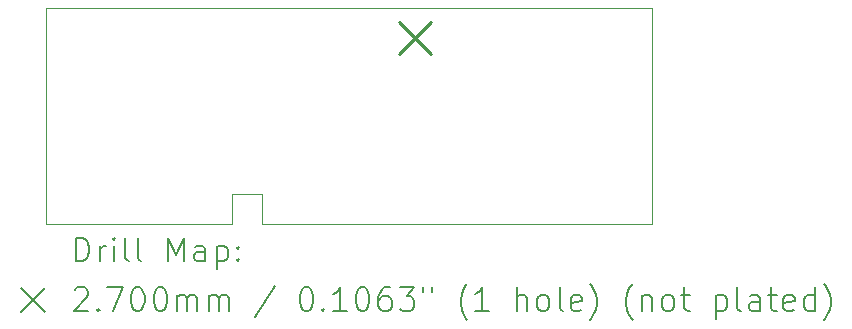
<source format=gbr>
%TF.GenerationSoftware,KiCad,Pcbnew,7.0.5*%
%TF.CreationDate,2024-02-11T15:40:37+01:00*%
%TF.ProjectId,exbike-usb-hw,65786269-6b65-42d7-9573-622d68772e6b,rev?*%
%TF.SameCoordinates,Original*%
%TF.FileFunction,Drillmap*%
%TF.FilePolarity,Positive*%
%FSLAX45Y45*%
G04 Gerber Fmt 4.5, Leading zero omitted, Abs format (unit mm)*
G04 Created by KiCad (PCBNEW 7.0.5) date 2024-02-11 15:40:37*
%MOMM*%
%LPD*%
G01*
G04 APERTURE LIST*
%ADD10C,0.100000*%
%ADD11C,0.200000*%
%ADD12C,0.270000*%
G04 APERTURE END LIST*
D10*
X5194300Y76200D02*
X5194300Y1905000D01*
X1892300Y76200D02*
X1892300Y330200D01*
X5194300Y1905000D02*
X63500Y1905000D01*
X1892300Y76200D02*
X5194300Y76200D01*
X63500Y76200D02*
X1638300Y76200D01*
X63500Y1905000D02*
X63500Y76200D01*
X1892300Y330200D02*
X1638300Y330200D01*
X1638300Y330200D02*
X1638300Y76200D01*
D11*
D12*
X3052700Y1786000D02*
X3322700Y1516000D01*
X3322700Y1786000D02*
X3052700Y1516000D01*
D11*
X319277Y-240284D02*
X319277Y-40284D01*
X319277Y-40284D02*
X366896Y-40284D01*
X366896Y-40284D02*
X395467Y-49808D01*
X395467Y-49808D02*
X414515Y-68855D01*
X414515Y-68855D02*
X424039Y-87903D01*
X424039Y-87903D02*
X433562Y-125998D01*
X433562Y-125998D02*
X433562Y-154570D01*
X433562Y-154570D02*
X424039Y-192665D01*
X424039Y-192665D02*
X414515Y-211712D01*
X414515Y-211712D02*
X395467Y-230760D01*
X395467Y-230760D02*
X366896Y-240284D01*
X366896Y-240284D02*
X319277Y-240284D01*
X519277Y-240284D02*
X519277Y-106950D01*
X519277Y-145046D02*
X528801Y-125998D01*
X528801Y-125998D02*
X538324Y-116474D01*
X538324Y-116474D02*
X557372Y-106950D01*
X557372Y-106950D02*
X576420Y-106950D01*
X643086Y-240284D02*
X643086Y-106950D01*
X643086Y-40284D02*
X633563Y-49808D01*
X633563Y-49808D02*
X643086Y-59331D01*
X643086Y-59331D02*
X652610Y-49808D01*
X652610Y-49808D02*
X643086Y-40284D01*
X643086Y-40284D02*
X643086Y-59331D01*
X766896Y-240284D02*
X747848Y-230760D01*
X747848Y-230760D02*
X738324Y-211712D01*
X738324Y-211712D02*
X738324Y-40284D01*
X871658Y-240284D02*
X852610Y-230760D01*
X852610Y-230760D02*
X843086Y-211712D01*
X843086Y-211712D02*
X843086Y-40284D01*
X1100229Y-240284D02*
X1100229Y-40284D01*
X1100229Y-40284D02*
X1166896Y-183141D01*
X1166896Y-183141D02*
X1233563Y-40284D01*
X1233563Y-40284D02*
X1233563Y-240284D01*
X1414515Y-240284D02*
X1414515Y-135522D01*
X1414515Y-135522D02*
X1404991Y-116474D01*
X1404991Y-116474D02*
X1385944Y-106950D01*
X1385944Y-106950D02*
X1347848Y-106950D01*
X1347848Y-106950D02*
X1328801Y-116474D01*
X1414515Y-230760D02*
X1395467Y-240284D01*
X1395467Y-240284D02*
X1347848Y-240284D01*
X1347848Y-240284D02*
X1328801Y-230760D01*
X1328801Y-230760D02*
X1319277Y-211712D01*
X1319277Y-211712D02*
X1319277Y-192665D01*
X1319277Y-192665D02*
X1328801Y-173617D01*
X1328801Y-173617D02*
X1347848Y-164093D01*
X1347848Y-164093D02*
X1395467Y-164093D01*
X1395467Y-164093D02*
X1414515Y-154570D01*
X1509753Y-106950D02*
X1509753Y-306950D01*
X1509753Y-116474D02*
X1528801Y-106950D01*
X1528801Y-106950D02*
X1566896Y-106950D01*
X1566896Y-106950D02*
X1585943Y-116474D01*
X1585943Y-116474D02*
X1595467Y-125998D01*
X1595467Y-125998D02*
X1604991Y-145046D01*
X1604991Y-145046D02*
X1604991Y-202188D01*
X1604991Y-202188D02*
X1595467Y-221236D01*
X1595467Y-221236D02*
X1585943Y-230760D01*
X1585943Y-230760D02*
X1566896Y-240284D01*
X1566896Y-240284D02*
X1528801Y-240284D01*
X1528801Y-240284D02*
X1509753Y-230760D01*
X1690705Y-221236D02*
X1700229Y-230760D01*
X1700229Y-230760D02*
X1690705Y-240284D01*
X1690705Y-240284D02*
X1681182Y-230760D01*
X1681182Y-230760D02*
X1690705Y-221236D01*
X1690705Y-221236D02*
X1690705Y-240284D01*
X1690705Y-116474D02*
X1700229Y-125998D01*
X1700229Y-125998D02*
X1690705Y-135522D01*
X1690705Y-135522D02*
X1681182Y-125998D01*
X1681182Y-125998D02*
X1690705Y-116474D01*
X1690705Y-116474D02*
X1690705Y-135522D01*
X-141500Y-468800D02*
X58500Y-668800D01*
X58500Y-468800D02*
X-141500Y-668800D01*
X309753Y-479331D02*
X319277Y-469808D01*
X319277Y-469808D02*
X338324Y-460284D01*
X338324Y-460284D02*
X385943Y-460284D01*
X385943Y-460284D02*
X404991Y-469808D01*
X404991Y-469808D02*
X414515Y-479331D01*
X414515Y-479331D02*
X424039Y-498379D01*
X424039Y-498379D02*
X424039Y-517427D01*
X424039Y-517427D02*
X414515Y-545998D01*
X414515Y-545998D02*
X300229Y-660284D01*
X300229Y-660284D02*
X424039Y-660284D01*
X509753Y-641236D02*
X519277Y-650760D01*
X519277Y-650760D02*
X509753Y-660284D01*
X509753Y-660284D02*
X500229Y-650760D01*
X500229Y-650760D02*
X509753Y-641236D01*
X509753Y-641236D02*
X509753Y-660284D01*
X585944Y-460284D02*
X719277Y-460284D01*
X719277Y-460284D02*
X633563Y-660284D01*
X833562Y-460284D02*
X852610Y-460284D01*
X852610Y-460284D02*
X871658Y-469808D01*
X871658Y-469808D02*
X881182Y-479331D01*
X881182Y-479331D02*
X890705Y-498379D01*
X890705Y-498379D02*
X900229Y-536474D01*
X900229Y-536474D02*
X900229Y-584093D01*
X900229Y-584093D02*
X890705Y-622189D01*
X890705Y-622189D02*
X881182Y-641236D01*
X881182Y-641236D02*
X871658Y-650760D01*
X871658Y-650760D02*
X852610Y-660284D01*
X852610Y-660284D02*
X833562Y-660284D01*
X833562Y-660284D02*
X814515Y-650760D01*
X814515Y-650760D02*
X804991Y-641236D01*
X804991Y-641236D02*
X795467Y-622189D01*
X795467Y-622189D02*
X785943Y-584093D01*
X785943Y-584093D02*
X785943Y-536474D01*
X785943Y-536474D02*
X795467Y-498379D01*
X795467Y-498379D02*
X804991Y-479331D01*
X804991Y-479331D02*
X814515Y-469808D01*
X814515Y-469808D02*
X833562Y-460284D01*
X1024039Y-460284D02*
X1043086Y-460284D01*
X1043086Y-460284D02*
X1062134Y-469808D01*
X1062134Y-469808D02*
X1071658Y-479331D01*
X1071658Y-479331D02*
X1081182Y-498379D01*
X1081182Y-498379D02*
X1090705Y-536474D01*
X1090705Y-536474D02*
X1090705Y-584093D01*
X1090705Y-584093D02*
X1081182Y-622189D01*
X1081182Y-622189D02*
X1071658Y-641236D01*
X1071658Y-641236D02*
X1062134Y-650760D01*
X1062134Y-650760D02*
X1043086Y-660284D01*
X1043086Y-660284D02*
X1024039Y-660284D01*
X1024039Y-660284D02*
X1004991Y-650760D01*
X1004991Y-650760D02*
X995467Y-641236D01*
X995467Y-641236D02*
X985943Y-622189D01*
X985943Y-622189D02*
X976420Y-584093D01*
X976420Y-584093D02*
X976420Y-536474D01*
X976420Y-536474D02*
X985943Y-498379D01*
X985943Y-498379D02*
X995467Y-479331D01*
X995467Y-479331D02*
X1004991Y-469808D01*
X1004991Y-469808D02*
X1024039Y-460284D01*
X1176420Y-660284D02*
X1176420Y-526950D01*
X1176420Y-545998D02*
X1185944Y-536474D01*
X1185944Y-536474D02*
X1204991Y-526950D01*
X1204991Y-526950D02*
X1233563Y-526950D01*
X1233563Y-526950D02*
X1252610Y-536474D01*
X1252610Y-536474D02*
X1262134Y-555522D01*
X1262134Y-555522D02*
X1262134Y-660284D01*
X1262134Y-555522D02*
X1271658Y-536474D01*
X1271658Y-536474D02*
X1290705Y-526950D01*
X1290705Y-526950D02*
X1319277Y-526950D01*
X1319277Y-526950D02*
X1338325Y-536474D01*
X1338325Y-536474D02*
X1347848Y-555522D01*
X1347848Y-555522D02*
X1347848Y-660284D01*
X1443086Y-660284D02*
X1443086Y-526950D01*
X1443086Y-545998D02*
X1452610Y-536474D01*
X1452610Y-536474D02*
X1471658Y-526950D01*
X1471658Y-526950D02*
X1500229Y-526950D01*
X1500229Y-526950D02*
X1519277Y-536474D01*
X1519277Y-536474D02*
X1528801Y-555522D01*
X1528801Y-555522D02*
X1528801Y-660284D01*
X1528801Y-555522D02*
X1538324Y-536474D01*
X1538324Y-536474D02*
X1557372Y-526950D01*
X1557372Y-526950D02*
X1585943Y-526950D01*
X1585943Y-526950D02*
X1604991Y-536474D01*
X1604991Y-536474D02*
X1614515Y-555522D01*
X1614515Y-555522D02*
X1614515Y-660284D01*
X2004991Y-450760D02*
X1833563Y-707903D01*
X2262134Y-460284D02*
X2281182Y-460284D01*
X2281182Y-460284D02*
X2300229Y-469808D01*
X2300229Y-469808D02*
X2309753Y-479331D01*
X2309753Y-479331D02*
X2319277Y-498379D01*
X2319277Y-498379D02*
X2328801Y-536474D01*
X2328801Y-536474D02*
X2328801Y-584093D01*
X2328801Y-584093D02*
X2319277Y-622189D01*
X2319277Y-622189D02*
X2309753Y-641236D01*
X2309753Y-641236D02*
X2300229Y-650760D01*
X2300229Y-650760D02*
X2281182Y-660284D01*
X2281182Y-660284D02*
X2262134Y-660284D01*
X2262134Y-660284D02*
X2243087Y-650760D01*
X2243087Y-650760D02*
X2233563Y-641236D01*
X2233563Y-641236D02*
X2224039Y-622189D01*
X2224039Y-622189D02*
X2214515Y-584093D01*
X2214515Y-584093D02*
X2214515Y-536474D01*
X2214515Y-536474D02*
X2224039Y-498379D01*
X2224039Y-498379D02*
X2233563Y-479331D01*
X2233563Y-479331D02*
X2243087Y-469808D01*
X2243087Y-469808D02*
X2262134Y-460284D01*
X2414515Y-641236D02*
X2424039Y-650760D01*
X2424039Y-650760D02*
X2414515Y-660284D01*
X2414515Y-660284D02*
X2404991Y-650760D01*
X2404991Y-650760D02*
X2414515Y-641236D01*
X2414515Y-641236D02*
X2414515Y-660284D01*
X2614515Y-660284D02*
X2500229Y-660284D01*
X2557372Y-660284D02*
X2557372Y-460284D01*
X2557372Y-460284D02*
X2538325Y-488855D01*
X2538325Y-488855D02*
X2519277Y-507903D01*
X2519277Y-507903D02*
X2500229Y-517427D01*
X2738325Y-460284D02*
X2757372Y-460284D01*
X2757372Y-460284D02*
X2776420Y-469808D01*
X2776420Y-469808D02*
X2785944Y-479331D01*
X2785944Y-479331D02*
X2795468Y-498379D01*
X2795468Y-498379D02*
X2804991Y-536474D01*
X2804991Y-536474D02*
X2804991Y-584093D01*
X2804991Y-584093D02*
X2795468Y-622189D01*
X2795468Y-622189D02*
X2785944Y-641236D01*
X2785944Y-641236D02*
X2776420Y-650760D01*
X2776420Y-650760D02*
X2757372Y-660284D01*
X2757372Y-660284D02*
X2738325Y-660284D01*
X2738325Y-660284D02*
X2719277Y-650760D01*
X2719277Y-650760D02*
X2709753Y-641236D01*
X2709753Y-641236D02*
X2700229Y-622189D01*
X2700229Y-622189D02*
X2690706Y-584093D01*
X2690706Y-584093D02*
X2690706Y-536474D01*
X2690706Y-536474D02*
X2700229Y-498379D01*
X2700229Y-498379D02*
X2709753Y-479331D01*
X2709753Y-479331D02*
X2719277Y-469808D01*
X2719277Y-469808D02*
X2738325Y-460284D01*
X2976420Y-460284D02*
X2938325Y-460284D01*
X2938325Y-460284D02*
X2919277Y-469808D01*
X2919277Y-469808D02*
X2909753Y-479331D01*
X2909753Y-479331D02*
X2890706Y-507903D01*
X2890706Y-507903D02*
X2881182Y-545998D01*
X2881182Y-545998D02*
X2881182Y-622189D01*
X2881182Y-622189D02*
X2890706Y-641236D01*
X2890706Y-641236D02*
X2900229Y-650760D01*
X2900229Y-650760D02*
X2919277Y-660284D01*
X2919277Y-660284D02*
X2957372Y-660284D01*
X2957372Y-660284D02*
X2976420Y-650760D01*
X2976420Y-650760D02*
X2985944Y-641236D01*
X2985944Y-641236D02*
X2995467Y-622189D01*
X2995467Y-622189D02*
X2995467Y-574570D01*
X2995467Y-574570D02*
X2985944Y-555522D01*
X2985944Y-555522D02*
X2976420Y-545998D01*
X2976420Y-545998D02*
X2957372Y-536474D01*
X2957372Y-536474D02*
X2919277Y-536474D01*
X2919277Y-536474D02*
X2900229Y-545998D01*
X2900229Y-545998D02*
X2890706Y-555522D01*
X2890706Y-555522D02*
X2881182Y-574570D01*
X3062134Y-460284D02*
X3185944Y-460284D01*
X3185944Y-460284D02*
X3119277Y-536474D01*
X3119277Y-536474D02*
X3147848Y-536474D01*
X3147848Y-536474D02*
X3166896Y-545998D01*
X3166896Y-545998D02*
X3176420Y-555522D01*
X3176420Y-555522D02*
X3185944Y-574570D01*
X3185944Y-574570D02*
X3185944Y-622189D01*
X3185944Y-622189D02*
X3176420Y-641236D01*
X3176420Y-641236D02*
X3166896Y-650760D01*
X3166896Y-650760D02*
X3147848Y-660284D01*
X3147848Y-660284D02*
X3090706Y-660284D01*
X3090706Y-660284D02*
X3071658Y-650760D01*
X3071658Y-650760D02*
X3062134Y-641236D01*
X3262134Y-460284D02*
X3262134Y-498379D01*
X3338325Y-460284D02*
X3338325Y-498379D01*
X3633563Y-736474D02*
X3624039Y-726950D01*
X3624039Y-726950D02*
X3604991Y-698379D01*
X3604991Y-698379D02*
X3595468Y-679331D01*
X3595468Y-679331D02*
X3585944Y-650760D01*
X3585944Y-650760D02*
X3576420Y-603141D01*
X3576420Y-603141D02*
X3576420Y-565046D01*
X3576420Y-565046D02*
X3585944Y-517427D01*
X3585944Y-517427D02*
X3595468Y-488855D01*
X3595468Y-488855D02*
X3604991Y-469808D01*
X3604991Y-469808D02*
X3624039Y-441236D01*
X3624039Y-441236D02*
X3633563Y-431712D01*
X3814515Y-660284D02*
X3700229Y-660284D01*
X3757372Y-660284D02*
X3757372Y-460284D01*
X3757372Y-460284D02*
X3738325Y-488855D01*
X3738325Y-488855D02*
X3719277Y-507903D01*
X3719277Y-507903D02*
X3700229Y-517427D01*
X4052610Y-660284D02*
X4052610Y-460284D01*
X4138325Y-660284D02*
X4138325Y-555522D01*
X4138325Y-555522D02*
X4128801Y-536474D01*
X4128801Y-536474D02*
X4109753Y-526950D01*
X4109753Y-526950D02*
X4081182Y-526950D01*
X4081182Y-526950D02*
X4062134Y-536474D01*
X4062134Y-536474D02*
X4052610Y-545998D01*
X4262134Y-660284D02*
X4243087Y-650760D01*
X4243087Y-650760D02*
X4233563Y-641236D01*
X4233563Y-641236D02*
X4224039Y-622189D01*
X4224039Y-622189D02*
X4224039Y-565046D01*
X4224039Y-565046D02*
X4233563Y-545998D01*
X4233563Y-545998D02*
X4243087Y-536474D01*
X4243087Y-536474D02*
X4262134Y-526950D01*
X4262134Y-526950D02*
X4290706Y-526950D01*
X4290706Y-526950D02*
X4309753Y-536474D01*
X4309753Y-536474D02*
X4319277Y-545998D01*
X4319277Y-545998D02*
X4328801Y-565046D01*
X4328801Y-565046D02*
X4328801Y-622189D01*
X4328801Y-622189D02*
X4319277Y-641236D01*
X4319277Y-641236D02*
X4309753Y-650760D01*
X4309753Y-650760D02*
X4290706Y-660284D01*
X4290706Y-660284D02*
X4262134Y-660284D01*
X4443087Y-660284D02*
X4424039Y-650760D01*
X4424039Y-650760D02*
X4414515Y-631712D01*
X4414515Y-631712D02*
X4414515Y-460284D01*
X4595468Y-650760D02*
X4576420Y-660284D01*
X4576420Y-660284D02*
X4538325Y-660284D01*
X4538325Y-660284D02*
X4519277Y-650760D01*
X4519277Y-650760D02*
X4509753Y-631712D01*
X4509753Y-631712D02*
X4509753Y-555522D01*
X4509753Y-555522D02*
X4519277Y-536474D01*
X4519277Y-536474D02*
X4538325Y-526950D01*
X4538325Y-526950D02*
X4576420Y-526950D01*
X4576420Y-526950D02*
X4595468Y-536474D01*
X4595468Y-536474D02*
X4604992Y-555522D01*
X4604992Y-555522D02*
X4604992Y-574570D01*
X4604992Y-574570D02*
X4509753Y-593617D01*
X4671658Y-736474D02*
X4681182Y-726950D01*
X4681182Y-726950D02*
X4700230Y-698379D01*
X4700230Y-698379D02*
X4709753Y-679331D01*
X4709753Y-679331D02*
X4719277Y-650760D01*
X4719277Y-650760D02*
X4728801Y-603141D01*
X4728801Y-603141D02*
X4728801Y-565046D01*
X4728801Y-565046D02*
X4719277Y-517427D01*
X4719277Y-517427D02*
X4709753Y-488855D01*
X4709753Y-488855D02*
X4700230Y-469808D01*
X4700230Y-469808D02*
X4681182Y-441236D01*
X4681182Y-441236D02*
X4671658Y-431712D01*
X5033563Y-736474D02*
X5024039Y-726950D01*
X5024039Y-726950D02*
X5004992Y-698379D01*
X5004992Y-698379D02*
X4995468Y-679331D01*
X4995468Y-679331D02*
X4985944Y-650760D01*
X4985944Y-650760D02*
X4976420Y-603141D01*
X4976420Y-603141D02*
X4976420Y-565046D01*
X4976420Y-565046D02*
X4985944Y-517427D01*
X4985944Y-517427D02*
X4995468Y-488855D01*
X4995468Y-488855D02*
X5004992Y-469808D01*
X5004992Y-469808D02*
X5024039Y-441236D01*
X5024039Y-441236D02*
X5033563Y-431712D01*
X5109753Y-526950D02*
X5109753Y-660284D01*
X5109753Y-545998D02*
X5119277Y-536474D01*
X5119277Y-536474D02*
X5138325Y-526950D01*
X5138325Y-526950D02*
X5166896Y-526950D01*
X5166896Y-526950D02*
X5185944Y-536474D01*
X5185944Y-536474D02*
X5195468Y-555522D01*
X5195468Y-555522D02*
X5195468Y-660284D01*
X5319277Y-660284D02*
X5300230Y-650760D01*
X5300230Y-650760D02*
X5290706Y-641236D01*
X5290706Y-641236D02*
X5281182Y-622189D01*
X5281182Y-622189D02*
X5281182Y-565046D01*
X5281182Y-565046D02*
X5290706Y-545998D01*
X5290706Y-545998D02*
X5300230Y-536474D01*
X5300230Y-536474D02*
X5319277Y-526950D01*
X5319277Y-526950D02*
X5347849Y-526950D01*
X5347849Y-526950D02*
X5366896Y-536474D01*
X5366896Y-536474D02*
X5376420Y-545998D01*
X5376420Y-545998D02*
X5385944Y-565046D01*
X5385944Y-565046D02*
X5385944Y-622189D01*
X5385944Y-622189D02*
X5376420Y-641236D01*
X5376420Y-641236D02*
X5366896Y-650760D01*
X5366896Y-650760D02*
X5347849Y-660284D01*
X5347849Y-660284D02*
X5319277Y-660284D01*
X5443087Y-526950D02*
X5519277Y-526950D01*
X5471658Y-460284D02*
X5471658Y-631712D01*
X5471658Y-631712D02*
X5481182Y-650760D01*
X5481182Y-650760D02*
X5500230Y-660284D01*
X5500230Y-660284D02*
X5519277Y-660284D01*
X5738325Y-526950D02*
X5738325Y-726950D01*
X5738325Y-536474D02*
X5757372Y-526950D01*
X5757372Y-526950D02*
X5795468Y-526950D01*
X5795468Y-526950D02*
X5814515Y-536474D01*
X5814515Y-536474D02*
X5824039Y-545998D01*
X5824039Y-545998D02*
X5833563Y-565046D01*
X5833563Y-565046D02*
X5833563Y-622189D01*
X5833563Y-622189D02*
X5824039Y-641236D01*
X5824039Y-641236D02*
X5814515Y-650760D01*
X5814515Y-650760D02*
X5795468Y-660284D01*
X5795468Y-660284D02*
X5757372Y-660284D01*
X5757372Y-660284D02*
X5738325Y-650760D01*
X5947849Y-660284D02*
X5928801Y-650760D01*
X5928801Y-650760D02*
X5919277Y-631712D01*
X5919277Y-631712D02*
X5919277Y-460284D01*
X6109753Y-660284D02*
X6109753Y-555522D01*
X6109753Y-555522D02*
X6100230Y-536474D01*
X6100230Y-536474D02*
X6081182Y-526950D01*
X6081182Y-526950D02*
X6043087Y-526950D01*
X6043087Y-526950D02*
X6024039Y-536474D01*
X6109753Y-650760D02*
X6090706Y-660284D01*
X6090706Y-660284D02*
X6043087Y-660284D01*
X6043087Y-660284D02*
X6024039Y-650760D01*
X6024039Y-650760D02*
X6014515Y-631712D01*
X6014515Y-631712D02*
X6014515Y-612665D01*
X6014515Y-612665D02*
X6024039Y-593617D01*
X6024039Y-593617D02*
X6043087Y-584093D01*
X6043087Y-584093D02*
X6090706Y-584093D01*
X6090706Y-584093D02*
X6109753Y-574570D01*
X6176420Y-526950D02*
X6252611Y-526950D01*
X6204992Y-460284D02*
X6204992Y-631712D01*
X6204992Y-631712D02*
X6214515Y-650760D01*
X6214515Y-650760D02*
X6233563Y-660284D01*
X6233563Y-660284D02*
X6252611Y-660284D01*
X6395468Y-650760D02*
X6376420Y-660284D01*
X6376420Y-660284D02*
X6338325Y-660284D01*
X6338325Y-660284D02*
X6319277Y-650760D01*
X6319277Y-650760D02*
X6309753Y-631712D01*
X6309753Y-631712D02*
X6309753Y-555522D01*
X6309753Y-555522D02*
X6319277Y-536474D01*
X6319277Y-536474D02*
X6338325Y-526950D01*
X6338325Y-526950D02*
X6376420Y-526950D01*
X6376420Y-526950D02*
X6395468Y-536474D01*
X6395468Y-536474D02*
X6404992Y-555522D01*
X6404992Y-555522D02*
X6404992Y-574570D01*
X6404992Y-574570D02*
X6309753Y-593617D01*
X6576420Y-660284D02*
X6576420Y-460284D01*
X6576420Y-650760D02*
X6557373Y-660284D01*
X6557373Y-660284D02*
X6519277Y-660284D01*
X6519277Y-660284D02*
X6500230Y-650760D01*
X6500230Y-650760D02*
X6490706Y-641236D01*
X6490706Y-641236D02*
X6481182Y-622189D01*
X6481182Y-622189D02*
X6481182Y-565046D01*
X6481182Y-565046D02*
X6490706Y-545998D01*
X6490706Y-545998D02*
X6500230Y-536474D01*
X6500230Y-536474D02*
X6519277Y-526950D01*
X6519277Y-526950D02*
X6557373Y-526950D01*
X6557373Y-526950D02*
X6576420Y-536474D01*
X6652611Y-736474D02*
X6662134Y-726950D01*
X6662134Y-726950D02*
X6681182Y-698379D01*
X6681182Y-698379D02*
X6690706Y-679331D01*
X6690706Y-679331D02*
X6700230Y-650760D01*
X6700230Y-650760D02*
X6709753Y-603141D01*
X6709753Y-603141D02*
X6709753Y-565046D01*
X6709753Y-565046D02*
X6700230Y-517427D01*
X6700230Y-517427D02*
X6690706Y-488855D01*
X6690706Y-488855D02*
X6681182Y-469808D01*
X6681182Y-469808D02*
X6662134Y-441236D01*
X6662134Y-441236D02*
X6652611Y-431712D01*
M02*

</source>
